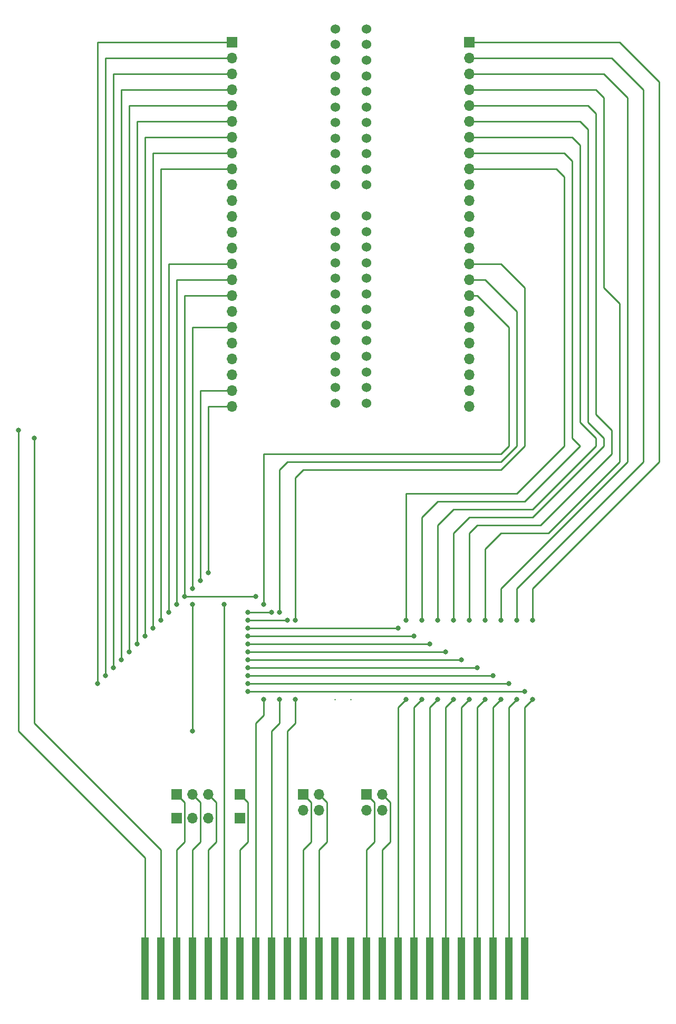
<source format=gbr>
%TF.GenerationSoftware,KiCad,Pcbnew,5.1.6+dfsg1-1*%
%TF.CreationDate,2021-02-18T23:58:33-06:00*%
%TF.ProjectId,n64_gamecat,6e36345f-6761-46d6-9563-61742e6b6963,rev?*%
%TF.SameCoordinates,Original*%
%TF.FileFunction,Copper,L2,Bot*%
%TF.FilePolarity,Positive*%
%FSLAX46Y46*%
G04 Gerber Fmt 4.6, Leading zero omitted, Abs format (unit mm)*
G04 Created by KiCad (PCBNEW 5.1.6+dfsg1-1) date 2021-02-18 23:58:33*
%MOMM*%
%LPD*%
G01*
G04 APERTURE LIST*
%TA.AperFunction,ComponentPad*%
%ADD10O,1.700000X1.700000*%
%TD*%
%TA.AperFunction,ComponentPad*%
%ADD11R,1.700000X1.700000*%
%TD*%
%TA.AperFunction,SMDPad,CuDef*%
%ADD12R,1.270000X10.000000*%
%TD*%
%TA.AperFunction,ComponentPad*%
%ADD13C,1.524000*%
%TD*%
%TA.AperFunction,ViaPad*%
%ADD14C,0.800000*%
%TD*%
%TA.AperFunction,Conductor*%
%ADD15C,0.250000*%
%TD*%
G04 APERTURE END LIST*
D10*
%TO.P,REF\u002A\u002A,4*%
%TO.N,N/C*%
X147320000Y-146050000D03*
%TO.P,REF\u002A\u002A,3*%
X144780000Y-146050000D03*
%TO.P,REF\u002A\u002A,2*%
X147320000Y-143510000D03*
D11*
%TO.P,REF\u002A\u002A,1*%
X144780000Y-143510000D03*
%TD*%
D10*
%TO.P,REF\u002A\u002A,4*%
%TO.N,N/C*%
X137160000Y-146050000D03*
%TO.P,REF\u002A\u002A,3*%
X134620000Y-146050000D03*
%TO.P,REF\u002A\u002A,2*%
X137160000Y-143510000D03*
D11*
%TO.P,REF\u002A\u002A,1*%
X134620000Y-143510000D03*
%TD*%
D10*
%TO.P,REF\u002A\u002A,3*%
%TO.N,N/C*%
X119380000Y-143510000D03*
%TO.P,REF\u002A\u002A,2*%
X116840000Y-143510000D03*
D11*
%TO.P,REF\u002A\u002A,1*%
X114300000Y-143510000D03*
%TD*%
D10*
%TO.P,REF\u002A\u002A,3*%
%TO.N,N/C*%
X119380000Y-147320000D03*
%TO.P,REF\u002A\u002A,2*%
X116840000Y-147320000D03*
D11*
%TO.P,REF\u002A\u002A,1*%
X114300000Y-147320000D03*
%TD*%
%TO.P,REF\u002A\u002A,1*%
%TO.N,N/C*%
X124460000Y-147320000D03*
%TD*%
%TO.P,REF\u002A\u002A,1*%
%TO.N,N/C*%
X124460000Y-143510000D03*
%TD*%
D10*
%TO.P,REF\u002A\u002A,24*%
%TO.N,N/C*%
X161290000Y-81280000D03*
%TO.P,REF\u002A\u002A,23*%
X161290000Y-78740000D03*
%TO.P,REF\u002A\u002A,22*%
X161290000Y-76200000D03*
%TO.P,REF\u002A\u002A,21*%
X161290000Y-73660000D03*
%TO.P,REF\u002A\u002A,20*%
X161290000Y-71120000D03*
%TO.P,REF\u002A\u002A,19*%
X161290000Y-68580000D03*
%TO.P,REF\u002A\u002A,18*%
X161290000Y-66040000D03*
%TO.P,REF\u002A\u002A,17*%
X161290000Y-63500000D03*
%TO.P,REF\u002A\u002A,16*%
X161290000Y-60960000D03*
%TO.P,REF\u002A\u002A,15*%
X161290000Y-58420000D03*
%TO.P,REF\u002A\u002A,14*%
X161290000Y-55880000D03*
%TO.P,REF\u002A\u002A,13*%
X161290000Y-53340000D03*
%TO.P,REF\u002A\u002A,12*%
X161290000Y-50800000D03*
%TO.P,REF\u002A\u002A,11*%
X161290000Y-48260000D03*
%TO.P,REF\u002A\u002A,10*%
X161290000Y-45720000D03*
%TO.P,REF\u002A\u002A,9*%
X161290000Y-43180000D03*
%TO.P,REF\u002A\u002A,8*%
X161290000Y-40640000D03*
%TO.P,REF\u002A\u002A,7*%
X161290000Y-38100000D03*
%TO.P,REF\u002A\u002A,6*%
X161290000Y-35560000D03*
%TO.P,REF\u002A\u002A,5*%
X161290000Y-33020000D03*
%TO.P,REF\u002A\u002A,4*%
X161290000Y-30480000D03*
%TO.P,REF\u002A\u002A,3*%
X161290000Y-27940000D03*
%TO.P,REF\u002A\u002A,2*%
X161290000Y-25400000D03*
D11*
%TO.P,REF\u002A\u002A,1*%
X161290000Y-22860000D03*
%TD*%
%TO.P,REF\u002A\u002A,1*%
%TO.N,N/C*%
X123190000Y-22860000D03*
D10*
%TO.P,REF\u002A\u002A,2*%
X123190000Y-25400000D03*
%TO.P,REF\u002A\u002A,3*%
X123190000Y-27940000D03*
%TO.P,REF\u002A\u002A,4*%
X123190000Y-30480000D03*
%TO.P,REF\u002A\u002A,5*%
X123190000Y-33020000D03*
%TO.P,REF\u002A\u002A,6*%
X123190000Y-35560000D03*
%TO.P,REF\u002A\u002A,7*%
X123190000Y-38100000D03*
%TO.P,REF\u002A\u002A,8*%
X123190000Y-40640000D03*
%TO.P,REF\u002A\u002A,9*%
X123190000Y-43180000D03*
%TO.P,REF\u002A\u002A,10*%
X123190000Y-45720000D03*
%TO.P,REF\u002A\u002A,11*%
X123190000Y-48260000D03*
%TO.P,REF\u002A\u002A,12*%
X123190000Y-50800000D03*
%TO.P,REF\u002A\u002A,13*%
X123190000Y-53340000D03*
%TO.P,REF\u002A\u002A,14*%
X123190000Y-55880000D03*
%TO.P,REF\u002A\u002A,15*%
X123190000Y-58420000D03*
%TO.P,REF\u002A\u002A,16*%
X123190000Y-60960000D03*
%TO.P,REF\u002A\u002A,17*%
X123190000Y-63500000D03*
%TO.P,REF\u002A\u002A,18*%
X123190000Y-66040000D03*
%TO.P,REF\u002A\u002A,19*%
X123190000Y-68580000D03*
%TO.P,REF\u002A\u002A,20*%
X123190000Y-71120000D03*
%TO.P,REF\u002A\u002A,21*%
X123190000Y-73660000D03*
%TO.P,REF\u002A\u002A,22*%
X123190000Y-76200000D03*
%TO.P,REF\u002A\u002A,23*%
X123190000Y-78740000D03*
%TO.P,REF\u002A\u002A,24*%
X123190000Y-81280000D03*
%TD*%
D12*
%TO.P,REF\u002A\u002A,25*%
%TO.N,N/C*%
X170180000Y-171450000D03*
%TO.P,REF\u002A\u002A,24*%
X167640000Y-171450000D03*
%TO.P,REF\u002A\u002A,23*%
X165100000Y-171450000D03*
%TO.P,REF\u002A\u002A,22*%
X162560000Y-171450000D03*
%TO.P,REF\u002A\u002A,21*%
X160020000Y-171450000D03*
%TO.P,REF\u002A\u002A,20*%
X157480000Y-171450000D03*
%TO.P,REF\u002A\u002A,19*%
X154940000Y-171450000D03*
%TO.P,REF\u002A\u002A,18*%
X152400000Y-171450000D03*
%TO.P,REF\u002A\u002A,17*%
X149860000Y-171450000D03*
%TO.P,REF\u002A\u002A,16*%
X147320000Y-171450000D03*
%TO.P,REF\u002A\u002A,15*%
X144780000Y-171450000D03*
%TO.P,REF\u002A\u002A,14*%
X142240000Y-171450000D03*
%TO.P,REF\u002A\u002A,13*%
X139700000Y-171450000D03*
%TO.P,REF\u002A\u002A,12*%
X137160000Y-171450000D03*
%TO.P,REF\u002A\u002A,11*%
X134620000Y-171450000D03*
%TO.P,REF\u002A\u002A,10*%
X132080000Y-171450000D03*
%TO.P,REF\u002A\u002A,9*%
X129540000Y-171450000D03*
%TO.P,REF\u002A\u002A,8*%
X127000000Y-171450000D03*
%TO.P,REF\u002A\u002A,7*%
X124460000Y-171450000D03*
%TO.P,REF\u002A\u002A,6*%
X121920000Y-171450000D03*
%TO.P,REF\u002A\u002A,5*%
X119380000Y-171450000D03*
%TO.P,REF\u002A\u002A,4*%
X116840000Y-171450000D03*
%TO.P,REF\u002A\u002A,3*%
X114300000Y-171450000D03*
%TO.P,REF\u002A\u002A,2*%
X111760000Y-171450000D03*
%TO.P,REF\u002A\u002A,1*%
X109220000Y-171450000D03*
%TD*%
D13*
%TO.P,REF\u002A\u002A,49*%
%TO.N,N/C*%
X139740000Y-80760000D03*
%TO.P,REF\u002A\u002A,48*%
X144740000Y-80760000D03*
%TO.P,REF\u002A\u002A,47*%
X139740000Y-78260000D03*
%TO.P,REF\u002A\u002A,46*%
X139740000Y-75760000D03*
%TO.P,REF\u002A\u002A,45*%
X139740000Y-73260000D03*
%TO.P,REF\u002A\u002A,44*%
X139740000Y-70760000D03*
%TO.P,REF\u002A\u002A,43*%
X139740000Y-68260000D03*
%TO.P,REF\u002A\u002A,42*%
X139740000Y-65760000D03*
%TO.P,REF\u002A\u002A,41*%
X139740000Y-63260000D03*
%TO.P,REF\u002A\u002A,40*%
X139740000Y-60760000D03*
%TO.P,REF\u002A\u002A,39*%
X139740000Y-58260000D03*
%TO.P,REF\u002A\u002A,38*%
X139740000Y-55760000D03*
%TO.P,REF\u002A\u002A,37*%
X139740000Y-53260000D03*
%TO.P,REF\u002A\u002A,36*%
X139740000Y-50760000D03*
%TO.P,REF\u002A\u002A,35*%
X139740000Y-45760000D03*
%TO.P,REF\u002A\u002A,34*%
X139740000Y-43260000D03*
%TO.P,REF\u002A\u002A,33*%
X139740000Y-40760000D03*
%TO.P,REF\u002A\u002A,32*%
X139740000Y-38260000D03*
%TO.P,REF\u002A\u002A,31*%
X139740000Y-35760000D03*
%TO.P,REF\u002A\u002A,30*%
X139740000Y-33260000D03*
%TO.P,REF\u002A\u002A,29*%
X139740000Y-30760000D03*
%TO.P,REF\u002A\u002A,28*%
X139740000Y-28260000D03*
%TO.P,REF\u002A\u002A,27*%
X139740000Y-25760000D03*
%TO.P,REF\u002A\u002A,26*%
X139740000Y-23260000D03*
%TO.P,REF\u002A\u002A,25*%
X139740000Y-20760000D03*
%TO.P,REF\u002A\u002A,24*%
X144740000Y-20760000D03*
%TO.P,REF\u002A\u002A,23*%
X144740000Y-23260000D03*
%TO.P,REF\u002A\u002A,22*%
X144740000Y-25760000D03*
%TO.P,REF\u002A\u002A,21*%
X144740000Y-28260000D03*
%TO.P,REF\u002A\u002A,20*%
X144740000Y-30760000D03*
%TO.P,REF\u002A\u002A,19*%
X144740000Y-33260000D03*
%TO.P,REF\u002A\u002A,18*%
X144740000Y-35760000D03*
%TO.P,REF\u002A\u002A,17*%
X144740000Y-38260000D03*
%TO.P,REF\u002A\u002A,16*%
X144740000Y-40760000D03*
%TO.P,REF\u002A\u002A,15*%
X144740000Y-43260000D03*
%TO.P,REF\u002A\u002A,14*%
X144740000Y-45760000D03*
%TO.P,REF\u002A\u002A,13*%
X144740000Y-50760000D03*
%TO.P,REF\u002A\u002A,12*%
X144740000Y-53260000D03*
%TO.P,REF\u002A\u002A,11*%
X144740000Y-53260000D03*
%TO.P,REF\u002A\u002A,10*%
X144740000Y-55760000D03*
%TO.P,REF\u002A\u002A,9*%
X144740000Y-58260000D03*
%TO.P,REF\u002A\u002A,8*%
X144740000Y-60760000D03*
%TO.P,REF\u002A\u002A,7*%
X144740000Y-63260000D03*
%TO.P,REF\u002A\u002A,6*%
X144740000Y-65760000D03*
%TO.P,REF\u002A\u002A,5*%
X144740000Y-68260000D03*
%TO.P,REF\u002A\u002A,4*%
X144740000Y-70760000D03*
%TO.P,REF\u002A\u002A,3*%
X144740000Y-73260000D03*
%TO.P,REF\u002A\u002A,2*%
X144740000Y-75760000D03*
%TO.P,REF\u002A\u002A,1*%
X144740000Y-78260000D03*
%TD*%
D14*
%TO.N,*%
X119380000Y-107950000D03*
X118110000Y-109220000D03*
X116840000Y-110490000D03*
X115570000Y-111760000D03*
X114300000Y-113030000D03*
X113030000Y-114300000D03*
X111760000Y-115570000D03*
X110490000Y-116840000D03*
X109220000Y-118110000D03*
X107950000Y-119380000D03*
X106680000Y-120650000D03*
X105410000Y-121920000D03*
X104140000Y-123190000D03*
X102870000Y-124460000D03*
X101600000Y-125730000D03*
X116840000Y-113030000D03*
X116840000Y-133350000D03*
X127000000Y-111760000D03*
X125730000Y-114300000D03*
X129540000Y-114300000D03*
X125730000Y-115570000D03*
X132080000Y-115570000D03*
X125730000Y-116840000D03*
X125730000Y-118110000D03*
X125730000Y-119380000D03*
X125730000Y-120650000D03*
X125730000Y-121920000D03*
X125730000Y-123190000D03*
X125730000Y-124460000D03*
X125730000Y-125730000D03*
X125730000Y-127000000D03*
X149860000Y-116840000D03*
X152400000Y-118110000D03*
X154940000Y-119380000D03*
X157480000Y-120650000D03*
X160020000Y-121920000D03*
X162560000Y-123190000D03*
X165100000Y-124460000D03*
X167640000Y-125730000D03*
X170180000Y-127000000D03*
X88900000Y-85090000D03*
X91440000Y-86360000D03*
X121920000Y-113030000D03*
X128270000Y-128270000D03*
X128270000Y-113030000D03*
X130810000Y-128270000D03*
X130810000Y-114300000D03*
X133350000Y-128270000D03*
X133350000Y-115570000D03*
X171450000Y-128270000D03*
X168910000Y-128270000D03*
X166370000Y-128270000D03*
X163830000Y-128270000D03*
X161290000Y-128270000D03*
X158750000Y-128270000D03*
X156210000Y-128270000D03*
X153670000Y-128270000D03*
X151130000Y-128270000D03*
X151130000Y-115570000D03*
X153670000Y-115570000D03*
X156210000Y-115570000D03*
X158750000Y-115570000D03*
X161290000Y-115570000D03*
X163830000Y-115570000D03*
X166370000Y-115570000D03*
X168910000Y-115570000D03*
X171450000Y-115570000D03*
%TD*%
D15*
%TO.N,*%
X123190000Y-81280000D02*
X119380000Y-81280000D01*
X123190000Y-78740000D02*
X118110000Y-78740000D01*
X123190000Y-68580000D02*
X116840000Y-68580000D01*
X123190000Y-63500000D02*
X115570000Y-63500000D01*
X123190000Y-60960000D02*
X114300000Y-60960000D01*
X123190000Y-58420000D02*
X113030000Y-58420000D01*
X123190000Y-43180000D02*
X111760000Y-43180000D01*
X123190000Y-40640000D02*
X110490000Y-40640000D01*
X123190000Y-38100000D02*
X109220000Y-38100000D01*
X123190000Y-35560000D02*
X107950000Y-35560000D01*
X123190000Y-33020000D02*
X106680000Y-33020000D01*
X123190000Y-30480000D02*
X105410000Y-30480000D01*
X123190000Y-27940000D02*
X104140000Y-27940000D01*
X123190000Y-25400000D02*
X102870000Y-25400000D01*
X123190000Y-22860000D02*
X101600000Y-22860000D01*
X119380000Y-81280000D02*
X119380000Y-107950000D01*
X118110000Y-78740000D02*
X118110000Y-109220000D01*
X116840000Y-68580000D02*
X116840000Y-110490000D01*
X115570000Y-63500000D02*
X115570000Y-111760000D01*
X114300000Y-60960000D02*
X114300000Y-113030000D01*
X113030000Y-58420000D02*
X113030000Y-114300000D01*
X111760000Y-43180000D02*
X111760000Y-115570000D01*
X110490000Y-40640000D02*
X110490000Y-116840000D01*
X109220000Y-38100000D02*
X109220000Y-118110000D01*
X107950000Y-35560000D02*
X107950000Y-119380000D01*
X106680000Y-33020000D02*
X106680000Y-120650000D01*
X105410000Y-30480000D02*
X105410000Y-121920000D01*
X104140000Y-27940000D02*
X104140000Y-123190000D01*
X102870000Y-25400000D02*
X102870000Y-124460000D01*
X101600000Y-22860000D02*
X101600000Y-125730000D01*
X119380000Y-107950000D02*
X119380000Y-107950000D01*
X118110000Y-109220000D02*
X118110000Y-109220000D01*
X116840000Y-110490000D02*
X116840000Y-110490000D01*
X115570000Y-111760000D02*
X115570000Y-111760000D01*
X114300000Y-113030000D02*
X114300000Y-113030000D01*
X113030000Y-114300000D02*
X113030000Y-114300000D01*
X111760000Y-115570000D02*
X111760000Y-115570000D01*
X110490000Y-116840000D02*
X110490000Y-116840000D01*
X109220000Y-118110000D02*
X109220000Y-118110000D01*
X107950000Y-119380000D02*
X107950000Y-119380000D01*
X106680000Y-120650000D02*
X106680000Y-120650000D01*
X105410000Y-121920000D02*
X105410000Y-121920000D01*
X104140000Y-123190000D02*
X104140000Y-123190000D01*
X102870000Y-124460000D02*
X102870000Y-124460000D01*
X101600000Y-125730000D02*
X101600000Y-125730000D01*
X115570000Y-111760000D02*
X127000000Y-111760000D01*
X127000000Y-111760000D02*
X127000000Y-111760000D01*
X116840000Y-113030000D02*
X116840000Y-133350000D01*
X125730000Y-114300000D02*
X129540000Y-114300000D01*
X125730000Y-115570000D02*
X132080000Y-115570000D01*
X125730000Y-116840000D02*
X139700000Y-116840000D01*
X125730000Y-118110000D02*
X142240000Y-118110000D01*
X125730000Y-119380000D02*
X149860000Y-119380000D01*
X125730000Y-120650000D02*
X152400000Y-120650000D01*
X154940000Y-121920000D02*
X125730000Y-121920000D01*
X125730000Y-123190000D02*
X157480000Y-123190000D01*
X160020000Y-124460000D02*
X125730000Y-124460000D01*
X125730000Y-125730000D02*
X162560000Y-125730000D01*
X165100000Y-127000000D02*
X125730000Y-127000000D01*
X139700000Y-116840000D02*
X149860000Y-116840000D01*
X142240000Y-118110000D02*
X152400000Y-118110000D01*
X154940000Y-119380000D02*
X149860000Y-119380000D01*
X152400000Y-120650000D02*
X157480000Y-120650000D01*
X154940000Y-121920000D02*
X160020000Y-121920000D01*
X157480000Y-123190000D02*
X162560000Y-123190000D01*
X160020000Y-124460000D02*
X165100000Y-124460000D01*
X162560000Y-125730000D02*
X167640000Y-125730000D01*
X165100000Y-127000000D02*
X170180000Y-127000000D01*
X88900000Y-85090000D02*
X88900000Y-133350000D01*
X109220000Y-153670000D02*
X109220000Y-171450000D01*
X88900000Y-133350000D02*
X109220000Y-153670000D01*
X91440000Y-86360000D02*
X91440000Y-132080000D01*
X111760000Y-152400000D02*
X111760000Y-171450000D01*
X91440000Y-132080000D02*
X111760000Y-152400000D01*
X121920000Y-171450000D02*
X121920000Y-113030000D01*
X121920000Y-113030000D02*
X121920000Y-113030000D01*
X128270000Y-128270000D02*
X128270000Y-130810000D01*
X127000000Y-132080000D02*
X127000000Y-171450000D01*
X128270000Y-130810000D02*
X127000000Y-132080000D01*
X129540000Y-171450000D02*
X129540000Y-133350000D01*
X129540000Y-133350000D02*
X130810000Y-132080000D01*
X130810000Y-132080000D02*
X130810000Y-128270000D01*
X130810000Y-128270000D02*
X130810000Y-128270000D01*
X132080000Y-171450000D02*
X132080000Y-133350000D01*
X132080000Y-133350000D02*
X133350000Y-132080000D01*
X133350000Y-132080000D02*
X133350000Y-128270000D01*
X133350000Y-115570000D02*
X133350000Y-115570000D01*
X133350000Y-128270000D02*
X133350000Y-128270000D01*
X149860000Y-171450000D02*
X149860000Y-129540000D01*
X149860000Y-129540000D02*
X151130000Y-128270000D01*
X152400000Y-171450000D02*
X152400000Y-129540000D01*
X152400000Y-129540000D02*
X153670000Y-128270000D01*
X154940000Y-171450000D02*
X154940000Y-129540000D01*
X154940000Y-129540000D02*
X156210000Y-128270000D01*
X157480000Y-171450000D02*
X157480000Y-129540000D01*
X157480000Y-129540000D02*
X158750000Y-128270000D01*
X160020000Y-171450000D02*
X160020000Y-129540000D01*
X160020000Y-129540000D02*
X161290000Y-128270000D01*
X162560000Y-171450000D02*
X162560000Y-129540000D01*
X162560000Y-129540000D02*
X163830000Y-128270000D01*
X165100000Y-171450000D02*
X165100000Y-129540000D01*
X165100000Y-129540000D02*
X166370000Y-128270000D01*
X167640000Y-171450000D02*
X167640000Y-129540000D01*
X167640000Y-129540000D02*
X168910000Y-128270000D01*
X170180000Y-171450000D02*
X170180000Y-129540000D01*
X170180000Y-129540000D02*
X171450000Y-128270000D01*
X171450000Y-128270000D02*
X171450000Y-128270000D01*
X168910000Y-128270000D02*
X168910000Y-128270000D01*
X166370000Y-128270000D02*
X166370000Y-128270000D01*
X163830000Y-128270000D02*
X163830000Y-128270000D01*
X161290000Y-128270000D02*
X161290000Y-128270000D01*
X158750000Y-128270000D02*
X158750000Y-128270000D01*
X156210000Y-128270000D02*
X156210000Y-128270000D01*
X153670000Y-128270000D02*
X153670000Y-128270000D01*
X151130000Y-128270000D02*
X151130000Y-128270000D01*
X142240000Y-128270000D02*
X142240000Y-128270000D01*
X139700000Y-128270000D02*
X139700000Y-128270000D01*
X162560000Y-63500000D02*
X161290000Y-63500000D01*
X167640000Y-68580000D02*
X162560000Y-63500000D01*
X167640000Y-87630000D02*
X167640000Y-68580000D01*
X166370000Y-88900000D02*
X167640000Y-87630000D01*
X128270000Y-88900000D02*
X166370000Y-88900000D01*
X128270000Y-113030000D02*
X128270000Y-88900000D01*
X163830000Y-60960000D02*
X161290000Y-60960000D01*
X168910000Y-87630000D02*
X168910000Y-66040000D01*
X166370000Y-90170000D02*
X168910000Y-87630000D01*
X168910000Y-66040000D02*
X163830000Y-60960000D01*
X132080000Y-90170000D02*
X166370000Y-90170000D01*
X130810000Y-91440000D02*
X132080000Y-90170000D01*
X130810000Y-114300000D02*
X130810000Y-91440000D01*
X166370000Y-58420000D02*
X161290000Y-58420000D01*
X170180000Y-62230000D02*
X166370000Y-58420000D01*
X170180000Y-87630000D02*
X170180000Y-62230000D01*
X166370000Y-91440000D02*
X170180000Y-87630000D01*
X134620000Y-91440000D02*
X166370000Y-91440000D01*
X133350000Y-92710000D02*
X134620000Y-91440000D01*
X133350000Y-115570000D02*
X133350000Y-92710000D01*
X151130000Y-115570000D02*
X151130000Y-95250000D01*
X151130000Y-95250000D02*
X168910000Y-95250000D01*
X168910000Y-95250000D02*
X176530000Y-87630000D01*
X153670000Y-115570000D02*
X153670000Y-99060000D01*
X153670000Y-99060000D02*
X156210000Y-96520000D01*
X156210000Y-96520000D02*
X170180000Y-96520000D01*
X170180000Y-96520000D02*
X179070000Y-87630000D01*
X158750000Y-97790000D02*
X171450000Y-97790000D01*
X156210000Y-100330000D02*
X158750000Y-97790000D01*
X171450000Y-97790000D02*
X181610000Y-87630000D01*
X156210000Y-115570000D02*
X156210000Y-100330000D01*
X171450000Y-99060000D02*
X182880000Y-87630000D01*
X161290000Y-99060000D02*
X171450000Y-99060000D01*
X158750000Y-101600000D02*
X161290000Y-99060000D01*
X158750000Y-115570000D02*
X158750000Y-101600000D01*
X162560000Y-100330000D02*
X172720000Y-100330000D01*
X161290000Y-101600000D02*
X162560000Y-100330000D01*
X172720000Y-100330000D02*
X184150000Y-88900000D01*
X161290000Y-115570000D02*
X161290000Y-101600000D01*
X163830000Y-115570000D02*
X163830000Y-104140000D01*
X163830000Y-104140000D02*
X166370000Y-101600000D01*
X166370000Y-101600000D02*
X173990000Y-101600000D01*
X173990000Y-101600000D02*
X185420000Y-90170000D01*
X161290000Y-43180000D02*
X175260000Y-43180000D01*
X175260000Y-43180000D02*
X176530000Y-44450000D01*
X161290000Y-40640000D02*
X176530000Y-40640000D01*
X176530000Y-40640000D02*
X177800000Y-41910000D01*
X161290000Y-38100000D02*
X177800000Y-38100000D01*
X177800000Y-38100000D02*
X179070000Y-39370000D01*
X161290000Y-35560000D02*
X179070000Y-35560000D01*
X179070000Y-35560000D02*
X180340000Y-36830000D01*
X161290000Y-33020000D02*
X180340000Y-33020000D01*
X180340000Y-33020000D02*
X181610000Y-34290000D01*
X161290000Y-30480000D02*
X181610000Y-30480000D01*
X181610000Y-30480000D02*
X182880000Y-31750000D01*
X161290000Y-27940000D02*
X182880000Y-27940000D01*
X182880000Y-27940000D02*
X184150000Y-29210000D01*
X161290000Y-25400000D02*
X184150000Y-25400000D01*
X184150000Y-25400000D02*
X185420000Y-26670000D01*
X161290000Y-22860000D02*
X185420000Y-22860000D01*
X185420000Y-22860000D02*
X186690000Y-24130000D01*
X176530000Y-87630000D02*
X176530000Y-44450000D01*
X177800000Y-41910000D02*
X177800000Y-86360000D01*
X177800000Y-86360000D02*
X179070000Y-87630000D01*
X181610000Y-87630000D02*
X181610000Y-86360000D01*
X181610000Y-86360000D02*
X179070000Y-83820000D01*
X179070000Y-83820000D02*
X179070000Y-39370000D01*
X180340000Y-36830000D02*
X180340000Y-83820000D01*
X180340000Y-83820000D02*
X182880000Y-86360000D01*
X182880000Y-86360000D02*
X182880000Y-87630000D01*
X184150000Y-88900000D02*
X184150000Y-85090000D01*
X184150000Y-85090000D02*
X181610000Y-82550000D01*
X181610000Y-82550000D02*
X181610000Y-34290000D01*
X185420000Y-90170000D02*
X185420000Y-64770000D01*
X185420000Y-64770000D02*
X182880000Y-62230000D01*
X182880000Y-62230000D02*
X182880000Y-31750000D01*
X166370000Y-115570000D02*
X166370000Y-110490000D01*
X166370000Y-110490000D02*
X186690000Y-90170000D01*
X168910000Y-115570000D02*
X168910000Y-110490000D01*
X168910000Y-110490000D02*
X189230000Y-90170000D01*
X171450000Y-115570000D02*
X171450000Y-110490000D01*
X171450000Y-110490000D02*
X191770000Y-90170000D01*
X186690000Y-90170000D02*
X186690000Y-31750000D01*
X186690000Y-31750000D02*
X184150000Y-29210000D01*
X185420000Y-26670000D02*
X187960000Y-29210000D01*
X187960000Y-29210000D02*
X189230000Y-30480000D01*
X189230000Y-30480000D02*
X189230000Y-90170000D01*
X191770000Y-90170000D02*
X191770000Y-29210000D01*
X191770000Y-29210000D02*
X186690000Y-24130000D01*
X114300000Y-158750000D02*
X114300000Y-171450000D01*
X115570000Y-151130000D02*
X114300000Y-152400000D01*
X115570000Y-144780000D02*
X115570000Y-151130000D01*
X114300000Y-143510000D02*
X115570000Y-144780000D01*
X116840000Y-143510000D02*
X118110000Y-144780000D01*
X118110000Y-144780000D02*
X118110000Y-151130000D01*
X118110000Y-151130000D02*
X116840000Y-152400000D01*
X116840000Y-158750000D02*
X116840000Y-171450000D01*
X119380000Y-143510000D02*
X120650000Y-144780000D01*
X120650000Y-144780000D02*
X120650000Y-151130000D01*
X120650000Y-151130000D02*
X119380000Y-152400000D01*
X119380000Y-158750000D02*
X119380000Y-171450000D01*
X124460000Y-143510000D02*
X125730000Y-144780000D01*
X125730000Y-144780000D02*
X125730000Y-151130000D01*
X125730000Y-151130000D02*
X124460000Y-152400000D01*
X124460000Y-158750000D02*
X124460000Y-171450000D01*
X134620000Y-143510000D02*
X135890000Y-144780000D01*
X135890000Y-144780000D02*
X135890000Y-151130000D01*
X135890000Y-151130000D02*
X134620000Y-152400000D01*
X134620000Y-158750000D02*
X134620000Y-171450000D01*
X137160000Y-143510000D02*
X138430000Y-144780000D01*
X138430000Y-144780000D02*
X138430000Y-151130000D01*
X138430000Y-151130000D02*
X137160000Y-152400000D01*
X137160000Y-158750000D02*
X137160000Y-171450000D01*
X147320000Y-143510000D02*
X148590000Y-144780000D01*
X148590000Y-144780000D02*
X148590000Y-151130000D01*
X148590000Y-151130000D02*
X147320000Y-152400000D01*
X147320000Y-158750000D02*
X147320000Y-171450000D01*
X114300000Y-152400000D02*
X114300000Y-158750000D01*
X116840000Y-152400000D02*
X116840000Y-158750000D01*
X119380000Y-158750000D02*
X119380000Y-152400000D01*
X124460000Y-152400000D02*
X124460000Y-158750000D01*
X134620000Y-158750000D02*
X134620000Y-152400000D01*
X137160000Y-152400000D02*
X137160000Y-158750000D01*
X146050000Y-144780000D02*
X144780000Y-143510000D01*
X146050000Y-151130000D02*
X146050000Y-144780000D01*
X144780000Y-152400000D02*
X146050000Y-151130000D01*
X144780000Y-171450000D02*
X144780000Y-152400000D01*
X147320000Y-152400000D02*
X147320000Y-158750000D01*
%TD*%
M02*

</source>
